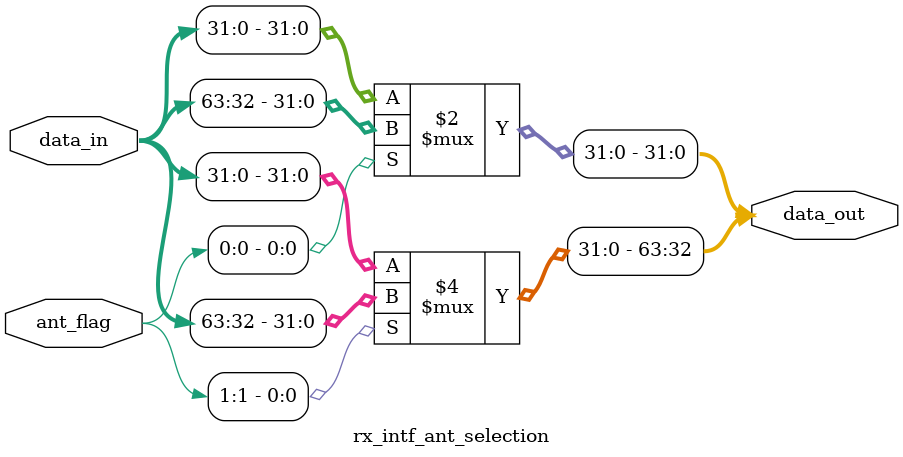
<source format=v>


`timescale 1 ns / 1 ps

	module rx_intf_ant_selection #
	(
		parameter integer ADC_PACK_DATA_WIDTH = 64
	)
	(
        input wire [ADC_PACK_DATA_WIDTH-1 : 0] data_in,
        input wire [1:0] ant_flag,
        output wire [ADC_PACK_DATA_WIDTH-1 : 0] data_out
	);

    localparam integer MSB_IDX  = (ADC_PACK_DATA_WIDTH-1);
    localparam integer MSB_HALF_IDX  = ((ADC_PACK_DATA_WIDTH/2)-1);
    localparam integer WIDTH_HALF  = (ADC_PACK_DATA_WIDTH/2);
    assign data_out[MSB_HALF_IDX:0]     = (ant_flag[0]==1'b0)?data_in[MSB_HALF_IDX:0]:data_in[MSB_IDX:WIDTH_HALF];
    assign data_out[MSB_IDX:WIDTH_HALF] = (ant_flag[1]==1'b0)?data_in[MSB_HALF_IDX:0]:data_in[MSB_IDX:WIDTH_HALF];

	endmodule

</source>
